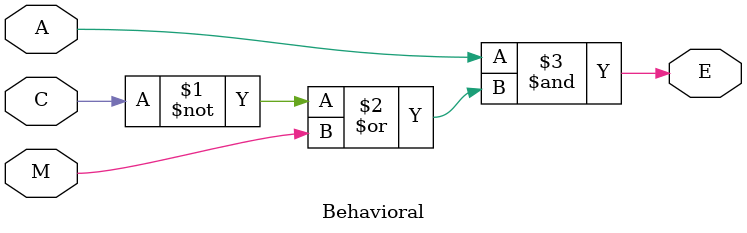
<source format=v>
/*A=Alarma Armada
C= Puerta y ventana Cerrada
M=Sensor de movimiento Movimiento
E=ENCENDIDA*/


module GateLevel(input wire A, C, M, output wire E);
	
	wire w1, w2;
	not N1(w1,C);
	or O1(w2, w1,M);
	and A1(E, w2, A);
	
endmodule

module Behavioral(input wire A, C, M, output wire E);

	assign E = A&(~C|M);

endmodule
</source>
